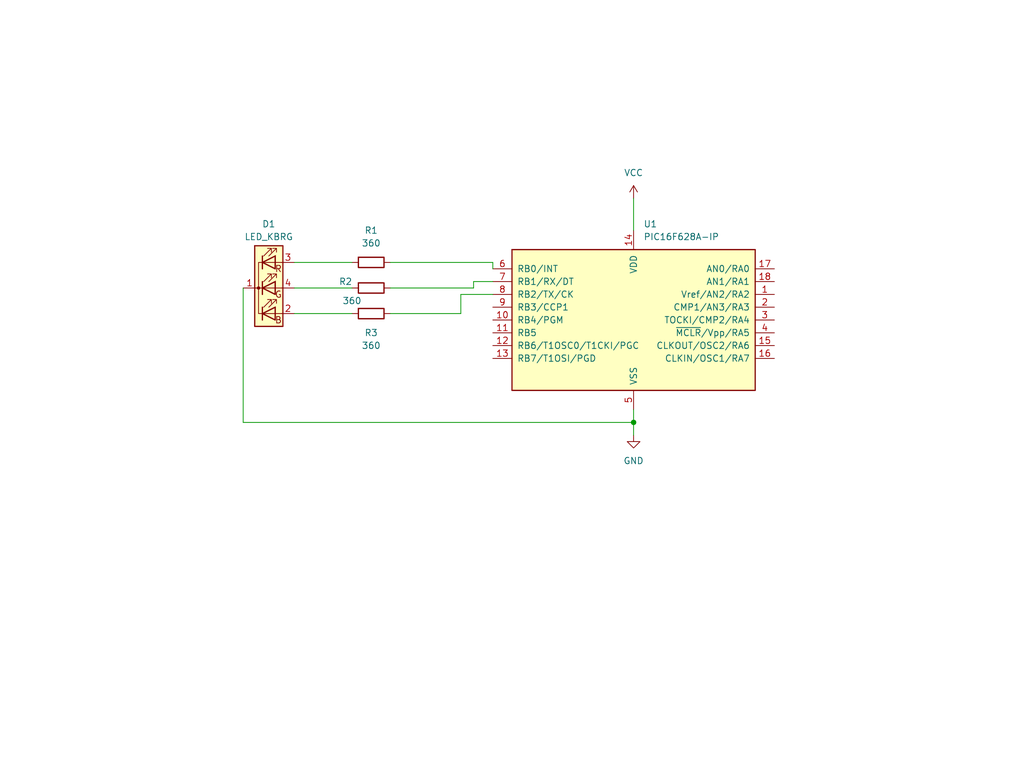
<source format=kicad_sch>
(kicad_sch (version 20230121) (generator eeschema)
  (paper "User" 203.2 152.4)
  (title_block (title "PIC16F628A and RGB LED (Common Cathode)") (company "Ricardo Lima Caratti"))
  (lib_symbols
    (symbol "Device:LED_KBRG" (pin_names (offset 0) hide)
      (property "Reference" "D" (at 0 9.398 0))
      (property "Value" "LED_KBRG" (at 0 -8.89 0))
      (symbol "LED_KBRG_0_0"
        (text "B" (at 1.905 -6.35 0) (effects (font (size 1.27 1.27))))
        (text "G" (at 1.905 -1.27 0) (effects (font (size 1.27 1.27))))
        (text "R" (at 1.905 3.81 0) (effects (font (size 1.27 1.27))))
      )
      (symbol "LED_KBRG_0_1"
        (circle (center -2.032 0) (radius 0.254) (fill (type outline)))
        (polyline (pts (xy -1.27 -5.08) (xy 1.27 -5.08)))
        (polyline (pts (xy -1.27 -3.81) (xy -1.27 -6.35)) (stroke (width 0.254)))
        (polyline (pts (xy -1.27 0) (xy -2.54 0)))
        (polyline (pts (xy -1.27 1.27) (xy -1.27 -1.27)) (stroke (width 0.254)))
        (polyline (pts (xy -1.27 5.08) (xy 1.27 5.08)))
        (polyline (pts (xy -1.27 6.35) (xy -1.27 3.81)) (stroke (width 0.254)))
        (polyline (pts (xy 1.27 -5.08) (xy 2.54 -5.08)))
        (polyline (pts (xy 1.27 0) (xy -1.27 0)))
        (polyline (pts (xy 1.27 0) (xy 2.54 0)))
        (polyline (pts (xy 1.27 5.08) (xy 2.54 5.08)))
        (polyline (pts (xy -1.27 1.27) (xy -1.27 -1.27) (xy -1.27 -1.27)))
        (polyline (pts (xy -1.27 6.35) (xy -1.27 3.81) (xy -1.27 3.81)))
        (polyline (pts (xy -1.27 5.08) (xy -2.032 5.08) (xy -2.032 -5.08) (xy -1.016 -5.08)))
        (polyline (pts (xy 1.27 -3.81) (xy 1.27 -6.35) (xy -1.27 -5.08) (xy 1.27 -3.81)) (stroke (width 0.254)))
        (polyline (pts (xy 1.27 1.27) (xy 1.27 -1.27) (xy -1.27 0) (xy 1.27 1.27)) (stroke (width 0.254)))
        (polyline (pts (xy 1.27 6.35) (xy 1.27 3.81) (xy -1.27 5.08) (xy 1.27 6.35)) (stroke (width 0.254)))
        (polyline (pts (xy -1.016 -3.81) (xy 0.508 -2.286) (xy -0.254 -2.286) (xy 0.508 -2.286) (xy 0.508 -3.048)))
        (polyline (pts (xy -1.016 1.27) (xy 0.508 2.794) (xy -0.254 2.794) (xy 0.508 2.794) (xy 0.508 2.032)))
        (polyline (pts (xy -1.016 6.35) (xy 0.508 7.874) (xy -0.254 7.874) (xy 0.508 7.874) (xy 0.508 7.112)))
        (polyline (pts (xy 0 -3.81) (xy 1.524 -2.286) (xy 0.762 -2.286) (xy 1.524 -2.286) (xy 1.524 -3.048)))
        (polyline (pts (xy 0 1.27) (xy 1.524 2.794) (xy 0.762 2.794) (xy 1.524 2.794) (xy 1.524 2.032)))
        (polyline (pts (xy 0 6.35) (xy 1.524 7.874) (xy 0.762 7.874) (xy 1.524 7.874) (xy 1.524 7.112)))
        (rectangle (start 1.27 -1.27) (end 1.27 1.27))
        (rectangle (start 1.27 1.27) (end 1.27 1.27))
        (rectangle (start 1.27 3.81) (end 1.27 6.35))
        (rectangle (start 1.27 6.35) (end 1.27 6.35))
        (rectangle (start 2.794 8.382) (end -2.794 -7.62) (stroke (width 0.254)) (fill (type background)))
      )
      (symbol "LED_KBRG_1_1"
        (pin passive line (at -5.08 0 0) (length 2.54) (name "K") (number "1"))
        (pin passive line (at 5.08 -5.08 180) (length 2.54) (name "BA") (number "2"))
        (pin passive line (at 5.08 5.08 180) (length 2.54) (name "RA") (number "3"))
        (pin passive line (at 5.08 0 180) (length 2.54) (name "GA") (number "4"))
      )
    )
    (symbol "Device:R" (pin_numbers hide) (pin_names (offset 0))
      (property "Reference" "R" (at 2.032 0 90))
      (property "Value" "R" (at 0 0 90))
      (symbol "R_0_1"
        (rectangle (start -1.016 -2.54) (end 1.016 2.54) (stroke (width 0.254)))
      )
      (symbol "R_1_1"
        (pin passive line (at 0 3.81 270) (length 1.27) (name "~") (number "1"))
        (pin passive line (at 0 -3.81 90) (length 1.27) (name "~") (number "2"))
      )
    )
    (symbol "MCU_Microchip_PIC16:PIC16F628A-IP" (pin_names (offset 1.016))
      (property "Reference" "U" (at -24.13 17.78 0))
      (property "Value" "PIC16F628A-IP" (at -24.13 15.24 0))
      (symbol "PIC16F628A-IP_0_1"
        (rectangle (start 24.13 13.97) (end -24.13 -13.97) (stroke (width 0.254)) (fill (type background)))
      )
      (symbol "PIC16F628A-IP_1_1"
        (pin bidirectional line (at 27.94 5.08 180) (length 3.81) (name "Vref/AN2/RA2") (number "1"))
        (pin bidirectional line (at -27.94 0 0) (length 3.81) (name "RB4/PGM") (number "10"))
        (pin bidirectional line (at -27.94 -2.54 0) (length 3.81) (name "RB5") (number "11"))
        (pin bidirectional line (at -27.94 -5.08 0) (length 3.81) (name "RB6/T1OSC0/T1CKI/PGC") (number "12"))
        (pin bidirectional line (at -27.94 -7.62 0) (length 3.81) (name "RB7/T1OSI/PGD") (number "13"))
        (pin power_in line (at 0 17.78 270) (length 3.81) (name "VDD") (number "14"))
        (pin bidirectional line (at 27.94 -5.08 180) (length 3.81) (name "CLKOUT/OSC2/RA6") (number "15"))
        (pin bidirectional line (at 27.94 -7.62 180) (length 3.81) (name "CLKIN/OSC1/RA7") (number "16"))
        (pin bidirectional line (at 27.94 10.16 180) (length 3.81) (name "AN0/RA0") (number "17"))
        (pin bidirectional line (at 27.94 7.62 180) (length 3.81) (name "AN1/RA1") (number "18"))
        (pin bidirectional line (at 27.94 2.54 180) (length 3.81) (name "CMP1/AN3/RA3") (number "2"))
        (pin bidirectional line (at 27.94 0 180) (length 3.81) (name "TOCKI/CMP2/RA4") (number "3"))
        (pin input line (at 27.94 -2.54 180) (length 3.81) (name "~{MCLR}/Vpp/RA5") (number "4"))
        (pin power_in line (at 0 -17.78 90) (length 3.81) (name "VSS") (number "5"))
        (pin bidirectional line (at -27.94 10.16 0) (length 3.81) (name "RB0/INT") (number "6"))
        (pin bidirectional line (at -27.94 7.62 0) (length 3.81) (name "RB1/RX/DT") (number "7"))
        (pin bidirectional line (at -27.94 5.08 0) (length 3.81) (name "RB2/TX/CK") (number "8"))
        (pin bidirectional line (at -27.94 2.54 0) (length 3.81) (name "RB3/CCP1") (number "9"))
      )
    )
    (symbol "power:GND" (power) (pin_names (offset 0))
      (property "Value" "GND" (at 0 -3.81 0))
      (symbol "GND_0_1"
        (polyline (pts (xy 0 0) (xy 0 -1.27) (xy 1.27 -1.27) (xy 0 -2.54) (xy -1.27 -1.27) (xy 0 -1.27)))
      )
      (symbol "GND_1_1"
        (pin power_in line (at 0 0 270) (length 0) hide (name "GND") (number "1"))
      )
    )
    (symbol "power:VCC" (power) (pin_names (offset 0))
      (property "Value" "VCC" (at 0 3.81 0))
      (symbol "VCC_0_1"
        (polyline (pts (xy -0.762 1.27) (xy 0 2.54)))
        (polyline (pts (xy 0 0) (xy 0 2.54)))
        (polyline (pts (xy 0 2.54) (xy 0.762 1.27)))
      )
      (symbol "VCC_1_1"
        (pin power_in line (at 0 0 90) (length 0) hide (name "VCC") (number "1"))
      )
    )
  )
  (junction (at 125.73 83.82))
  (wire (pts (xy 93.98 57.15) (xy 93.98 55.88)))
  (wire (pts (xy 58.42 57.15) (xy 69.85 57.15)))
  (wire (pts (xy 48.26 57.15) (xy 48.26 83.82)))
  (wire (pts (xy 125.73 81.28) (xy 125.73 83.82)))
  (wire (pts (xy 77.47 57.15) (xy 93.98 57.15)))
  (wire (pts (xy 77.47 62.23) (xy 91.44 62.23)))
  (wire (pts (xy 91.44 58.42) (xy 97.79 58.42)))
  (wire (pts (xy 77.47 52.07) (xy 97.79 52.07)))
  (wire (pts (xy 91.44 62.23) (xy 91.44 58.42)))
  (wire (pts (xy 48.26 83.82) (xy 125.73 83.82)))
  (wire (pts (xy 97.79 52.07) (xy 97.79 53.34)))
  (wire (pts (xy 58.42 62.23) (xy 69.85 62.23)))
  (wire (pts (xy 58.42 52.07) (xy 69.85 52.07)))
  (wire (pts (xy 125.73 39.37) (xy 125.73 45.72)))
  (wire (pts (xy 93.98 55.88) (xy 97.79 55.88)))
  (wire (pts (xy 125.73 83.82) (xy 125.73 86.36)))
  (symbol (lib_id "Device:R") (at 73.66 62.23 90) (unit 1)
    (property "Reference" "R3" (at 73.66 66.04 90))
    (property "Value" "360" (at 73.66 68.58 90))
  )
  (symbol (lib_id "Device:R") (at 73.66 57.15 90) (unit 1)
    (property "Reference" "R2" (at 68.58 55.88 90))
    (property "Value" "360" (at 69.85 59.69 90))
  )
  (symbol (lib_id "MCU_Microchip_PIC16:PIC16F628A-IP") (at 125.73 63.5 0) (unit 1)
    (property "Reference" "U1" (at 127.6859 44.45 0) (effects (justify left)))
    (property "Value" "PIC16F628A-IP" (at 127.6859 46.99 0) (effects (justify left)))
    (property "Datasheet" "http://ww1.microchip.com/downloads/en/DeviceDoc/40300c.pdf" (effects hide))
  )
  (symbol (lib_id "Device:LED_KBRG") (at 53.34 57.15 0) (unit 1)
    (property "Reference" "D1" (at 53.34 44.45 0))
    (property "Value" "LED_KBRG" (at 53.34 46.99 0))
  )
  (symbol (lib_id "power:GND") (at 125.73 86.36 0) (unit 1)
    (property "Reference" "#PWR03" (effects hide))
    (property "Value" "GND" (at 125.73 91.44 0))
  )
  (symbol (lib_id "power:VCC") (at 125.73 39.37 0) (unit 1)
    (property "Reference" "#PWR02" (effects hide))
    (property "Value" "VCC" (at 125.73 34.29 0))
  )
  (symbol (lib_id "Device:R") (at 73.66 52.07 90) (unit 1)
    (property "Reference" "R1" (at 73.66 45.72 90))
    (property "Value" "360" (at 73.66 48.26 90))
  )
)
</source>
